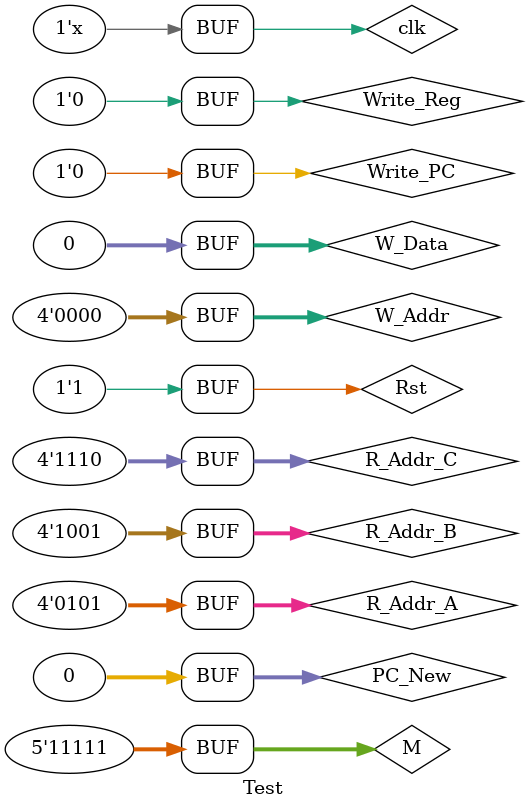
<source format=v>
`timescale 1ns / 1ps

module Test();
    reg clk,Rst,Write_Reg,Write_PC;
    reg [5:1] M;
    reg [4:1] R_Addr_A,R_Addr_B,R_Addr_C,W_Addr;
    reg [32:1] W_Data,PC_New;
    wire [32:1] R_Data_A,R_Data_B,R_Data_C,PC;
    initial
    begin
        clk=0; Rst=1;
        R_Addr_A=0; R_Addr_B=0; R_Addr_C=0;
        Write_PC=0; PC_New=0;
        W_Addr=0; Write_Reg=0; W_Data=0;     #50;

        M=5'b10000;
        Rst=0; 
        R_Addr_A=4'b0010; R_Addr_B=4'b1011; R_Addr_C=4'b1101;
        Write_PC=1; PC_New=32'h00000008;
        W_Addr=4'b0010; Write_Reg=1; W_Data=32'hffffffff;     #50;

        Rst=0;
        R_Addr_A=4'b0010; R_Addr_B=4'b1011; R_Addr_C=4'b1101;
        Write_PC=1; PC_New=32'hf0f0f0f0;
        W_Addr=4'b1011; Write_Reg=1; W_Data=32'haaaaaaaa;     #50;

        Rst=0;
        R_Addr_A=4'b0010; R_Addr_B=4'b1011; R_Addr_C=4'b1101;
        Write_PC=1; PC_New=32'h87654321;
        W_Addr=4'b1101; Write_Reg=1; W_Data=32'h40404040;     #50;

        M=5'b10001;
        Rst=0;
        R_Addr_A=4'b0101; R_Addr_B=4'b1001; R_Addr_C=4'b1110;
        Write_PC=0; PC_New=0;
        W_Addr=4'b0101; Write_Reg=1; W_Data=32'h3f3f3f3f;     #50;
        
        Rst=0;
        R_Addr_A=4'b0101; R_Addr_B=4'b1001; R_Addr_C=4'b1110;
        Write_PC=0; PC_New=0;
        W_Addr=4'b1001; Write_Reg=1; W_Data=32'hf3f3f3f3;     #50;

        Rst=0;
        R_Addr_A=4'b0101; R_Addr_B=4'b1001; R_Addr_C=4'b1110;
        Write_PC=0; PC_New=0;
        W_Addr=4'b1110; Write_Reg=1; W_Data=32'h63636363;     #50;
        /*
        M=5'b10110;
        Rst=0;
        R_Addr_A=4'b0111; R_Addr_B=4'b1010; R_Addr_C=4'b1110;
        Write_PC=0; PC_New=0;
        W_Addr=4'b0111; Write_Reg=1; W_Data=32'h3f3f3f3f;     #50;

        Rst=0;
        R_Addr_A=4'b0111; R_Addr_B=4'b1010; R_Addr_C=4'b1110;
        Write_PC=0; PC_New=0;
        W_Addr=4'b1010; Write_Reg=1; W_Data=32'h81818181;     #50;

        Rst=0;
        R_Addr_A=4'b0111; R_Addr_B=4'b1010; R_Addr_C=4'b1110;
        Write_PC=0; PC_New=0;
        W_Addr=4'b1110; Write_Reg=1; W_Data=32'hf3f3f3f3;     #50;

        Rst=1;

        clk=0; Rst=1;
        R_Addr_A=0; R_Addr_B=0; R_Addr_C=0;
        Write_PC=0; PC_New=0;
        W_Addr=0; Write_Reg=0; W_Data=0;     #50;*/

        M=5'b10111;
        Rst=0; 
        R_Addr_A=4'b0001; R_Addr_B=4'b1000; R_Addr_C=4'b1111;
        Write_PC=0; PC_New=0;
        W_Addr=4'b0001; Write_Reg=1; W_Data=32'hffffffff;     #50;

        Rst=0;
        R_Addr_A=4'b0001; R_Addr_B=4'b1000; R_Addr_C=4'b1111;
        Write_PC=0; PC_New=0;
        W_Addr=4'b1111; Write_Reg=1; W_Data=32'haaaaaaaa;     #50;

        Rst=0;
        R_Addr_A=4'b0001; R_Addr_B=4'b1000; R_Addr_C=4'b1111;
        Write_PC=0; PC_New=0;
        W_Addr=4'b1000; Write_Reg=1; W_Data=32'h40404040;     #50;
        
        M=5'b11010;
        Rst=0;
        R_Addr_A=4'b0101; R_Addr_B=4'b1100; R_Addr_C=4'b1101;
        Write_PC=0; PC_New=0;
        W_Addr=4'b0101; Write_Reg=1; W_Data=32'h3f3f3f3f;     #50;
        
        Rst=0;
        R_Addr_A=4'b0101; R_Addr_B=4'b1100; R_Addr_C=4'b1101;
        Write_PC=0; PC_New=0;
        W_Addr=4'b1101; Write_Reg=1; W_Data=32'hf3f3f3f3;     #50;

        Rst=0;
        R_Addr_A=4'b0101; R_Addr_B=4'b1100; R_Addr_C=4'b1101;
        Write_PC=0; PC_New=0;
        W_Addr=4'b1100; Write_Reg=1; W_Data=32'h63636363;     #50;

        M=5'b11111;
        Rst=0;
        R_Addr_A=4'b0110; R_Addr_B=4'b1010; R_Addr_C=4'b1110;
        Write_PC=0; PC_New=0;
        W_Addr=4'b0110; Write_Reg=1; W_Data=32'h3f3f3f3f;     #50;

        Rst=0;
        R_Addr_A=4'b0110; R_Addr_B=4'b1010; R_Addr_C=4'b1110;
        Write_PC=0; PC_New=0;
        W_Addr=4'b1010; Write_Reg=1; W_Data=32'h81818181;     #50;

        Rst=0;
        R_Addr_A=4'b0110; R_Addr_B=4'b1010; R_Addr_C=4'b1110;
        Write_PC=0; PC_New=0;
        W_Addr=4'b1110; Write_Reg=1; W_Data=32'hf3f3f3f3;     #50;
        
        Rst=0;
        R_Addr_A=4'b0101; R_Addr_B=4'b1100; R_Addr_C=4'b1101;
        Write_PC=0; PC_New=0;
        W_Addr=0; Write_Reg=0; W_Data=0;     #50;
        
        Rst=0;
        R_Addr_A=4'b0101; R_Addr_B=4'b1001; R_Addr_C=4'b1110;
        Write_PC=0; PC_New=0;
        W_Addr=0; Write_Reg=0; W_Data=0;     #50;
        
        Rst=1;
    end
    always
    begin
        #10 clk=~clk;
    end
    RegFile_plus reg_test(
        .clk(clk),
        .Rst(Rst),
        .PC(PC),
        .M(M),
        .PC_New(PC_New),
        .Write_PC(Write_PC),
        .Write_Reg(Write_Reg),
        .R_Addr_A(R_Addr_A),
        .R_Addr_B(R_Addr_B),
        .R_Addr_C(R_Addr_C),
        .W_Addr(W_Addr),
        .W_Data(W_Data),
        .R_Data_A(R_Data_A),
        .R_Data_B(R_Data_B),
        .R_Data_C(R_Data_C)
    );
endmodule
</source>
